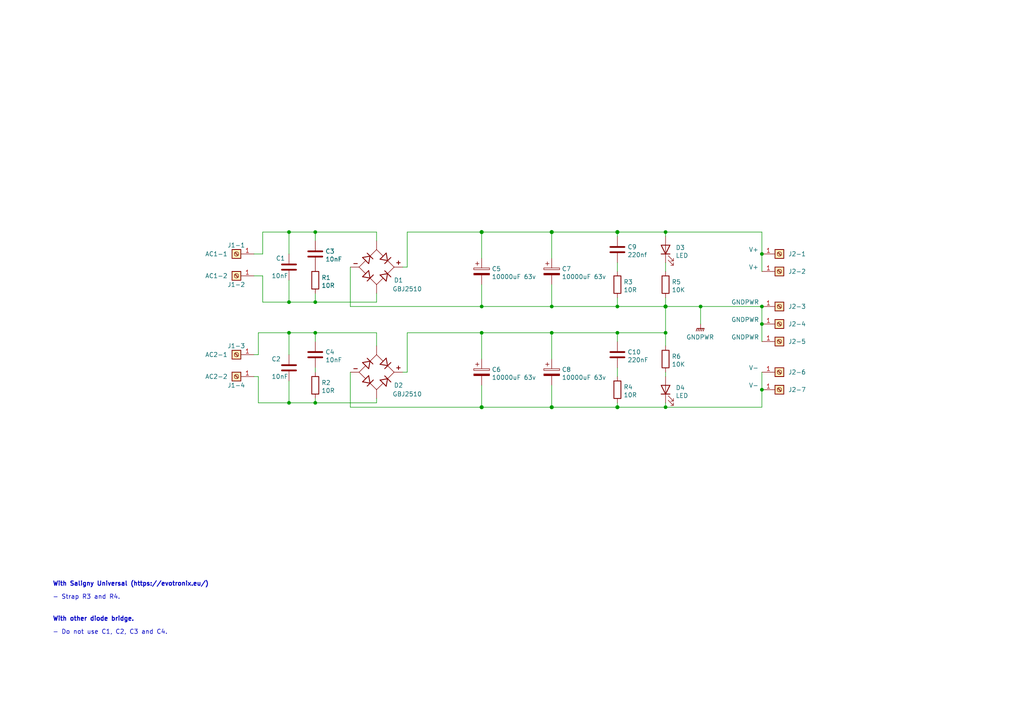
<source format=kicad_sch>
(kicad_sch (version 20230121) (generator eeschema)
  (paper "A4")
  (title_block (title "Q17 Power Supply Universal") (date "2023-08-21") (rev "1.0.1") (company "by stef"))
  (lib_symbols
    (symbol "Bridge_GBJ:GBJ2510" (pin_numbers hide) (pin_names (offset 1.016))
      (property "Reference" "D" (at 5.08 5.08 0))
      (property "Value" "GBJ2510" (at 5.08 -7.62 0))
      (symbol "GBJ2510_0_0"
        (polyline (pts (xy -6.858 1.27) (xy -5.842 1.27)) (stroke (width 0.254)))
        (polyline (pts (xy -6.35 0.762) (xy -6.35 1.778)) (stroke (width 0.254)))
        (polyline (pts (xy -5.08 0) (xy -3.175 -1.905)) (stroke (width 0.1524)))
        (polyline (pts (xy -3.175 -1.905) (xy -2.794 -4.064)) (stroke (width 0.254)))
        (polyline (pts (xy -3.175 -1.905) (xy -1.016 -2.286)) (stroke (width 0.254)))
        (polyline (pts (xy -3.175 1.905) (xy -5.08 0)) (stroke (width 0.1524)))
        (polyline (pts (xy -3.175 1.905) (xy -2.794 4.064)) (stroke (width 0.254)))
        (polyline (pts (xy -3.175 1.905) (xy -1.016 2.286)) (stroke (width 0.254)))
        (polyline (pts (xy -2.3622 -1.0668) (xy -4.1402 -2.8448)) (stroke (width 0.254)))
        (polyline (pts (xy -2.3622 1.016) (xy -4.1402 2.794)) (stroke (width 0.254)))
        (polyline (pts (xy -1.016 -2.286) (xy -2.794 -4.064)) (stroke (width 0.254)))
        (polyline (pts (xy -1.016 2.286) (xy -2.794 4.064)) (stroke (width 0.254)))
        (polyline (pts (xy 0 -5.08) (xy -1.8034 -3.2766)) (stroke (width 0.1524)))
        (polyline (pts (xy 0 -5.08) (xy 1.905 -3.175)) (stroke (width 0.1524)))
        (polyline (pts (xy 0 5.08) (xy -1.8034 3.2766)) (stroke (width 0.1524)))
        (polyline (pts (xy 1.905 -3.175) (xy 2.286 -1.016)) (stroke (width 0.254)))
        (polyline (pts (xy 1.905 -3.175) (xy 4.064 -2.794)) (stroke (width 0.254)))
        (polyline (pts (xy 1.905 3.175) (xy 0 5.08)) (stroke (width 0.1524)))
        (polyline (pts (xy 1.905 3.175) (xy 2.286 1.016)) (stroke (width 0.254)))
        (polyline (pts (xy 1.905 3.175) (xy 4.064 2.794)) (stroke (width 0.254)))
        (polyline (pts (xy 2.7178 -4.0386) (xy 0.9398 -2.2606)) (stroke (width 0.254)))
        (polyline (pts (xy 2.7178 4.0386) (xy 1.0668 2.3876)) (stroke (width 0.254)))
        (polyline (pts (xy 3.2766 -1.8034) (xy 5.08 0)) (stroke (width 0.1524)))
        (polyline (pts (xy 4.064 -2.794) (xy 2.286 -1.016)) (stroke (width 0.254)))
        (polyline (pts (xy 4.064 2.794) (xy 2.286 1.016)) (stroke (width 0.254)))
        (polyline (pts (xy 5.08 0) (xy 3.2766 1.8034)) (stroke (width 0.1524)))
        (polyline (pts (xy 5.588 1.016) (xy 6.604 1.016)) (stroke (width 0.254)))
        (pin passive line (at -7.62 0 0) (length 2.54) (name "~") (number "1"))
        (pin passive line (at 0 7.62 270) (length 2.54) (name "~") (number "2"))
        (pin passive line (at 0 -7.62 90) (length 2.54) (name "~") (number "3"))
        (pin passive line (at 7.62 0 180) (length 2.54) (name "~") (number "4"))
      )
    )
    (symbol "Connector:Screw_Terminal_01x01" (pin_names (offset 1.016) hide)
      (property "Reference" "J" (at 0 2.54 0))
      (property "Value" "Screw_Terminal_01x01" (at 0 -2.54 0))
      (symbol "Screw_Terminal_01x01_1_1"
        (rectangle (start -1.27 1.27) (end 1.27 -1.27) (stroke (width 0.254)) (fill (type background)))
        (polyline (pts (xy -0.5334 0.3302) (xy 0.3302 -0.508)) (stroke (width 0.1524)))
        (polyline (pts (xy -0.3556 0.508) (xy 0.508 -0.3302)) (stroke (width 0.1524)))
        (circle (center 0 0) (radius 0.635) (stroke (width 0.1524)))
        (pin passive line (at -5.08 0 0) (length 3.81) (name "Pin_1") (number "1"))
      )
    )
    (symbol "Device:C" (pin_numbers hide) (pin_names (offset 0.254))
      (property "Reference" "C" (at 0.635 2.54 0))
      (property "Value" "C" (at 0.635 -2.54 0))
      (symbol "C_0_1"
        (polyline (pts (xy -2.032 -0.762) (xy 2.032 -0.762)) (stroke (width 0.508)))
        (polyline (pts (xy -2.032 0.762) (xy 2.032 0.762)) (stroke (width 0.508)))
      )
      (symbol "C_1_1"
        (pin passive line (at 0 3.81 270) (length 2.794) (name "~") (number "1"))
        (pin passive line (at 0 -3.81 90) (length 2.794) (name "~") (number "2"))
      )
    )
    (symbol "Device:C_Polarized" (pin_numbers hide) (pin_names (offset 0.254))
      (property "Reference" "C" (at 0.635 2.54 0))
      (property "Value" "C_Polarized" (at 0.635 -2.54 0))
      (symbol "C_Polarized_0_1"
        (rectangle (start -2.286 0.508) (end 2.286 1.016))
        (polyline (pts (xy -1.778 2.286) (xy -0.762 2.286)))
        (polyline (pts (xy -1.27 2.794) (xy -1.27 1.778)))
        (rectangle (start 2.286 -0.508) (end -2.286 -1.016) (fill (type outline)))
      )
      (symbol "C_Polarized_1_1"
        (pin passive line (at 0 3.81 270) (length 2.794) (name "~") (number "1"))
        (pin passive line (at 0 -3.81 90) (length 2.794) (name "~") (number "2"))
      )
    )
    (symbol "Device:LED" (pin_numbers hide) (pin_names (offset 1.016) hide)
      (property "Reference" "D" (at 0 2.54 0))
      (property "Value" "LED" (at 0 -2.54 0))
      (symbol "LED_0_1"
        (polyline (pts (xy -1.27 -1.27) (xy -1.27 1.27)) (stroke (width 0.254)))
        (polyline (pts (xy -1.27 0) (xy 1.27 0)))
        (polyline (pts (xy 1.27 -1.27) (xy 1.27 1.27) (xy -1.27 0) (xy 1.27 -1.27)) (stroke (width 0.254)))
        (polyline (pts (xy -3.048 -0.762) (xy -4.572 -2.286) (xy -3.81 -2.286) (xy -4.572 -2.286) (xy -4.572 -1.524)))
        (polyline (pts (xy -1.778 -0.762) (xy -3.302 -2.286) (xy -2.54 -2.286) (xy -3.302 -2.286) (xy -3.302 -1.524)))
      )
      (symbol "LED_1_1"
        (pin passive line (at -3.81 0 0) (length 2.54) (name "K") (number "1"))
        (pin passive line (at 3.81 0 180) (length 2.54) (name "A") (number "2"))
      )
    )
    (symbol "Device:R" (pin_numbers hide) (pin_names (offset 0))
      (property "Reference" "R" (at 2.032 0 90))
      (property "Value" "R" (at 0 0 90))
      (symbol "R_0_1"
        (rectangle (start -1.016 -2.54) (end 1.016 2.54) (stroke (width 0.254)))
      )
      (symbol "R_1_1"
        (pin passive line (at 0 3.81 270) (length 1.27) (name "~") (number "1"))
        (pin passive line (at 0 -3.81 90) (length 1.27) (name "~") (number "2"))
      )
    )
    (symbol "GBJ2510_1" (pin_numbers hide) (pin_names (offset 1.016))
      (property "Reference" "D" (at 5.08 5.08 0))
      (property "Value" "GBJ2510" (at 5.08 -7.62 0))
      (symbol "GBJ2510_1_0_0"
        (polyline (pts (xy -6.858 1.27) (xy -5.842 1.27)) (stroke (width 0.254)))
        (polyline (pts (xy -6.35 0.762) (xy -6.35 1.778)) (stroke (width 0.254)))
        (polyline (pts (xy -5.08 0) (xy -3.175 -1.905)) (stroke (width 0.1524)))
        (polyline (pts (xy -3.175 -1.905) (xy -2.794 -4.064)) (stroke (width 0.254)))
        (polyline (pts (xy -3.175 -1.905) (xy -1.016 -2.286)) (stroke (width 0.254)))
        (polyline (pts (xy -3.175 1.905) (xy -5.08 0)) (stroke (width 0.1524)))
        (polyline (pts (xy -3.175 1.905) (xy -2.794 4.064)) (stroke (width 0.254)))
        (polyline (pts (xy -3.175 1.905) (xy -1.016 2.286)) (stroke (width 0.254)))
        (polyline (pts (xy -2.3622 -1.0668) (xy -4.1402 -2.8448)) (stroke (width 0.254)))
        (polyline (pts (xy -2.3622 1.016) (xy -4.1402 2.794)) (stroke (width 0.254)))
        (polyline (pts (xy -1.016 -2.286) (xy -2.794 -4.064)) (stroke (width 0.254)))
        (polyline (pts (xy -1.016 2.286) (xy -2.794 4.064)) (stroke (width 0.254)))
        (polyline (pts (xy 0 -5.08) (xy -1.8034 -3.2766)) (stroke (width 0.1524)))
        (polyline (pts (xy 0 -5.08) (xy 1.905 -3.175)) (stroke (width 0.1524)))
        (polyline (pts (xy 0 5.08) (xy -1.8034 3.2766)) (stroke (width 0.1524)))
        (polyline (pts (xy 1.905 -3.175) (xy 2.286 -1.016)) (stroke (width 0.254)))
        (polyline (pts (xy 1.905 -3.175) (xy 4.064 -2.794)) (stroke (width 0.254)))
        (polyline (pts (xy 1.905 3.175) (xy 0 5.08)) (stroke (width 0.1524)))
        (polyline (pts (xy 1.905 3.175) (xy 2.286 1.016)) (stroke (width 0.254)))
        (polyline (pts (xy 1.905 3.175) (xy 4.064 2.794)) (stroke (width 0.254)))
        (polyline (pts (xy 2.7178 -4.0386) (xy 0.9398 -2.2606)) (stroke (width 0.254)))
        (polyline (pts (xy 2.7178 4.0386) (xy 1.0668 2.3876)) (stroke (width 0.254)))
        (polyline (pts (xy 3.2766 -1.8034) (xy 5.08 0)) (stroke (width 0.1524)))
        (polyline (pts (xy 4.064 -2.794) (xy 2.286 -1.016)) (stroke (width 0.254)))
        (polyline (pts (xy 4.064 2.794) (xy 2.286 1.016)) (stroke (width 0.254)))
        (polyline (pts (xy 5.08 0) (xy 3.2766 1.8034)) (stroke (width 0.1524)))
        (polyline (pts (xy 5.588 1.016) (xy 6.604 1.016)) (stroke (width 0.254)))
        (pin passive line (at -7.62 0 0) (length 2.54) (name "~") (number "1"))
        (pin passive line (at 0 7.62 270) (length 2.54) (name "~") (number "2"))
        (pin passive line (at 0 -7.62 90) (length 2.54) (name "~") (number "3"))
        (pin passive line (at 7.62 0 180) (length 2.54) (name "~") (number "4"))
      )
    )
    (symbol "power:GNDPWR" (power) (pin_names (offset 0))
      (property "Value" "GNDPWR" (at 0 -3.302 0))
      (symbol "GNDPWR_0_1"
        (polyline (pts (xy 0 -1.27) (xy 0 0)))
        (polyline (pts (xy -1.016 -1.27) (xy -1.27 -2.032) (xy -1.27 -2.032)) (stroke (width 0.2032)))
        (polyline (pts (xy -0.508 -1.27) (xy -0.762 -2.032) (xy -0.762 -2.032)) (stroke (width 0.2032)))
        (polyline (pts (xy 0 -1.27) (xy -0.254 -2.032) (xy -0.254 -2.032)) (stroke (width 0.2032)))
        (polyline (pts (xy 0.508 -1.27) (xy 0.254 -2.032) (xy 0.254 -2.032)) (stroke (width 0.2032)))
        (polyline (pts (xy 1.016 -1.27) (xy -1.016 -1.27) (xy -1.016 -1.27)) (stroke (width 0.2032)))
        (polyline (pts (xy 1.016 -1.27) (xy 0.762 -2.032) (xy 0.762 -2.032) (xy 0.762 -2.032)) (stroke (width 0.2032)))
      )
      (symbol "GNDPWR_1_1"
        (pin power_in line (at 0 0 270) (length 0) hide (name "GNDPWR") (number "1"))
      )
    )
  )
  (junction (at 220.98 93.98))
  (junction (at 193.04 88.9) (diameter 1.016))
  (junction (at 139.7 88.9))
  (junction (at 203.2 88.9))
  (junction (at 83.82 67.31))
  (junction (at 160.02 88.9))
  (junction (at 179.07 88.9))
  (junction (at 91.44 116.84))
  (junction (at 160.02 96.52))
  (junction (at 193.04 67.31))
  (junction (at 179.07 118.11) (diameter 1.016))
  (junction (at 139.7 96.52))
  (junction (at 220.98 88.9))
  (junction (at 83.82 87.63))
  (junction (at 160.02 118.11) (diameter 1.016))
  (junction (at 139.7 67.31) (diameter 1.016))
  (junction (at 91.44 67.31))
  (junction (at 160.02 67.31) (diameter 1.016))
  (junction (at 91.44 96.52))
  (junction (at 179.07 67.31) (diameter 1.016))
  (junction (at 139.7 118.11) (diameter 1.016))
  (junction (at 193.04 96.52))
  (junction (at 179.07 96.52))
  (junction (at 83.82 116.84))
  (junction (at 83.82 96.52))
  (junction (at 91.44 87.63))
  (junction (at 220.98 73.66))
  (junction (at 220.98 113.03))
  (junction (at 193.04 118.11))
  (wire (pts (xy 109.22 87.63) (xy 109.22 85.09)))
  (wire (pts (xy 203.2 88.9) (xy 220.98 88.9)))
  (wire (pts (xy 91.44 107.95) (xy 91.44 106.68)))
  (wire (pts (xy 179.07 96.52) (xy 179.07 99.06)))
  (wire (pts (xy 139.7 96.52) (xy 139.7 104.14)))
  (wire (pts (xy 91.44 85.09) (xy 91.44 87.63)))
  (wire (pts (xy 220.98 73.66) (xy 220.98 78.74)))
  (wire (pts (xy 179.07 67.31) (xy 179.07 68.58)))
  (wire (pts (xy 83.82 96.52) (xy 74.93 96.52)))
  (wire (pts (xy 73.66 109.22) (xy 74.93 109.22)))
  (wire (pts (xy 83.82 87.63) (xy 91.44 87.63)))
  (wire (pts (xy 91.44 87.63) (xy 109.22 87.63)))
  (wire (pts (xy 179.07 106.68) (xy 179.07 109.22)))
  (wire (pts (xy 83.82 67.31) (xy 91.44 67.31)))
  (wire (pts (xy 179.07 86.36) (xy 179.07 88.9)))
  (wire (pts (xy 220.98 113.03) (xy 220.98 118.11)))
  (wire (pts (xy 109.22 67.31) (xy 109.22 69.85)))
  (wire (pts (xy 91.44 96.52) (xy 83.82 96.52)))
  (wire (pts (xy 101.6 107.95) (xy 101.6 118.11)))
  (wire (pts (xy 83.82 110.49) (xy 83.82 116.84)))
  (wire (pts (xy 76.2 73.66) (xy 73.66 73.66)))
  (wire (pts (xy 91.44 67.31) (xy 91.44 69.85)))
  (wire (pts (xy 179.07 76.2) (xy 179.07 78.74)))
  (wire (pts (xy 91.44 67.31) (xy 109.22 67.31)))
  (wire (pts (xy 91.44 115.57) (xy 91.44 116.84)))
  (wire (pts (xy 118.11 77.47) (xy 116.84 77.47)))
  (wire (pts (xy 220.98 118.11) (xy 193.04 118.11)))
  (wire (pts (xy 73.66 80.01) (xy 76.2 80.01)))
  (wire (pts (xy 76.2 67.31) (xy 83.82 67.31)))
  (wire (pts (xy 193.04 107.95) (xy 193.04 109.22)))
  (wire (pts (xy 220.98 107.95) (xy 220.98 113.03)))
  (wire (pts (xy 193.04 76.2) (xy 193.04 78.74)))
  (wire (pts (xy 91.44 96.52) (xy 91.44 99.06)))
  (wire (pts (xy 76.2 80.01) (xy 76.2 87.63)))
  (wire (pts (xy 76.2 87.63) (xy 83.82 87.63)))
  (wire (pts (xy 193.04 67.31) (xy 193.04 68.58)))
  (wire (pts (xy 203.2 88.9) (xy 203.2 93.98)))
  (wire (pts (xy 160.02 111.76) (xy 160.02 118.11)))
  (wire (pts (xy 73.66 102.87) (xy 74.93 102.87)))
  (wire (pts (xy 118.11 96.52) (xy 139.7 96.52)))
  (wire (pts (xy 118.11 107.95) (xy 118.11 96.52)))
  (wire (pts (xy 139.7 96.52) (xy 160.02 96.52)))
  (wire (pts (xy 179.07 96.52) (xy 193.04 96.52)))
  (wire (pts (xy 193.04 88.9) (xy 203.2 88.9)))
  (wire (pts (xy 220.98 88.9) (xy 220.98 93.98)))
  (wire (pts (xy 160.02 96.52) (xy 179.07 96.52)))
  (wire (pts (xy 139.7 82.55) (xy 139.7 88.9)))
  (wire (pts (xy 91.44 116.84) (xy 109.22 116.84)))
  (wire (pts (xy 109.22 96.52) (xy 109.22 100.33)))
  (wire (pts (xy 91.44 96.52) (xy 109.22 96.52)))
  (wire (pts (xy 83.82 96.52) (xy 83.82 102.87)))
  (wire (pts (xy 118.11 67.31) (xy 139.7 67.31)))
  (wire (pts (xy 118.11 77.47) (xy 118.11 67.31)))
  (wire (pts (xy 139.7 67.31) (xy 160.02 67.31)))
  (wire (pts (xy 160.02 67.31) (xy 179.07 67.31)))
  (wire (pts (xy 118.11 107.95) (xy 116.84 107.95)))
  (wire (pts (xy 193.04 96.52) (xy 193.04 100.33)))
  (wire (pts (xy 193.04 86.36) (xy 193.04 88.9)))
  (wire (pts (xy 74.93 109.22) (xy 74.93 116.84)))
  (wire (pts (xy 74.93 116.84) (xy 83.82 116.84)))
  (wire (pts (xy 74.93 96.52) (xy 74.93 102.87)))
  (wire (pts (xy 220.98 93.98) (xy 220.98 99.06)))
  (wire (pts (xy 160.02 82.55) (xy 160.02 88.9)))
  (wire (pts (xy 139.7 67.31) (xy 139.7 74.93)))
  (wire (pts (xy 193.04 67.31) (xy 220.98 67.31)))
  (wire (pts (xy 160.02 96.52) (xy 160.02 104.14)))
  (wire (pts (xy 179.07 116.84) (xy 179.07 118.11)))
  (wire (pts (xy 139.7 111.76) (xy 139.7 118.11)))
  (wire (pts (xy 220.98 67.31) (xy 220.98 73.66)))
  (wire (pts (xy 179.07 67.31) (xy 193.04 67.31)))
  (wire (pts (xy 101.6 77.47) (xy 101.6 88.9)))
  (wire (pts (xy 101.6 88.9) (xy 139.7 88.9)))
  (wire (pts (xy 139.7 88.9) (xy 160.02 88.9)))
  (wire (pts (xy 160.02 88.9) (xy 179.07 88.9)))
  (wire (pts (xy 179.07 88.9) (xy 193.04 88.9)))
  (wire (pts (xy 83.82 81.28) (xy 83.82 87.63)))
  (wire (pts (xy 101.6 118.11) (xy 139.7 118.11)))
  (wire (pts (xy 139.7 118.11) (xy 160.02 118.11)))
  (wire (pts (xy 160.02 118.11) (xy 179.07 118.11)))
  (wire (pts (xy 179.07 118.11) (xy 193.04 118.11)))
  (wire (pts (xy 193.04 118.11) (xy 193.04 116.84)))
  (wire (pts (xy 83.82 67.31) (xy 83.82 73.66)))
  (wire (pts (xy 76.2 73.66) (xy 76.2 67.31)))
  (wire (pts (xy 193.04 88.9) (xy 193.04 96.52)))
  (wire (pts (xy 160.02 67.31) (xy 160.02 74.93)))
  (wire (pts (xy 109.22 116.84) (xy 109.22 115.57)))
  (wire (pts (xy 91.44 116.84) (xy 83.82 116.84)))
  (text "- Strap R3 and R4." (at 15.24 173.99 0) (effects (font (size 1.27 1.27)) (justify left bottom)))
  (text "With Saligny Universal (https://evotronix.eu/)" (at 15.24 170.18 0) (effects (font (size 1.27 1.27) (thickness 0.254) bold) (justify left bottom)))
  (text "With other diode bridge." (at 15.24 180.34 0) (effects (font (size 1.27 1.27) (thickness 0.254) bold) (justify left bottom)))
  (text "- Do not use C1, C2, C3 and C4." (at 15.24 184.15 0) (effects (font (size 1.27 1.27)) (justify left bottom)))
  (symbol (lib_id "Connector:Screw_Terminal_01x01") (at 68.58 109.22 180) (unit 1)
    (property "Reference" "J1-4" (at 71.12 111.76 0) (effects (justify left)))
    (property "Value" "AC2-2" (at 66.04 109.22 0) (effects (justify left)))
    (property "Footprint" "Q17_Library:Faston_Connector_63849-1_TEC" (effects hide))
    (property "Datasheet" "https://www.te.com/commerce/DocumentDelivery/DDEController?Action=srchrtrv&DocNm=63824&DocType=Customer+Drawing&DocLang=English&PartCntxt=63824-1&DocFormat=pdf" (effects hide))
    (property "Part#" "TE Connectivity 63849-1" (effects hide))
    (property "Mouser" "571-638241" (effects hide))
  )
  (symbol (lib_id "Device:C_Polarized") (at 139.7 78.74 0) (unit 1)
    (property "Reference" "C5" (at 142.6211 77.9791 0) (effects (justify left)))
    (property "Value" "10000uF 63v" (at 142.6211 80.2778 0) (effects (justify left)))
    (property "Footprint" "Capacitor_THT:CP_Radial_D35.0mm_P10.00mm_SnapIn" (effects hide))
    (property "Datasheet" "https://www.we-online.com/catalog/datasheet/861020786030.pdf" (effects hide))
    (property "Part#" "861020786030" (effects hide))
    (property "Mouser" "710-861020786030" (effects hide))
  )
  (symbol (lib_id "Device:C") (at 83.82 77.47 0) (unit 1)
    (property "Reference" "C1" (at 80.01 74.93 0) (effects (justify left)))
    (property "Value" "10nF" (at 78.74 80.01 0) (effects (justify left)))
    (property "Footprint" "Capacitor_THT:C_Rect_L10.0mm_W4.0mm_P7.50mm_MKS4" (effects hide))
    (property "Datasheet" "https://www.mouser.fr/datasheet/2/212/1/KEM_F3034_R76-1103045.pdf" (effects hide))
    (property "Part#" "80-R76QF21005050J" (effects hide))
    (property "Mouser" "R76QF21005050J" (effects hide))
  )
  (symbol (lib_id "Connector:Screw_Terminal_01x01") (at 226.06 88.9 0) (unit 1)
    (property "Reference" "J2-3" (at 228.6 88.9 0) (effects (justify left)))
    (property "Value" "GNDPWR" (at 212.09 87.63 0) (effects (justify left)))
    (property "Footprint" "Q17_Library:Faston_Connector_63849-1_TEC" (effects hide))
    (property "Datasheet" "https://www.te.com/commerce/DocumentDelivery/DDEController?Action=srchrtrv&DocNm=63824&DocType=Customer+Drawing&DocLang=English&PartCntxt=63824-1&DocFormat=pdf" (effects hide))
    (property "Part#" "TE Connectivity 63849-1" (effects hide))
    (property "Mouser" "571-638241" (effects hide))
  )
  (symbol (lib_id "Connector:Screw_Terminal_01x01") (at 226.06 78.74 0) (unit 1)
    (property "Reference" "J2-2" (at 228.6 78.74 0) (effects (justify left)))
    (property "Value" "V+" (at 217.17 77.47 0) (effects (justify left)))
    (property "Footprint" "Q17_Library:Faston_Connector_63849-1_TEC" (effects hide))
    (property "Datasheet" "https://www.te.com/commerce/DocumentDelivery/DDEController?Action=srchrtrv&DocNm=63824&DocType=Customer+Drawing&DocLang=English&PartCntxt=63824-1&DocFormat=pdf" (effects hide))
    (property "Part#" "TE Connectivity 63849-1" (effects hide))
    (property "Mouser" "571-638241" (effects hide))
  )
  (symbol (lib_id "Device:C") (at 83.82 106.68 0) (unit 1)
    (property "Reference" "C2" (at 78.74 104.14 0) (effects (justify left)))
    (property "Value" "10nF" (at 78.74 109.22 0) (effects (justify left)))
    (property "Footprint" "Capacitor_THT:C_Rect_L10.0mm_W4.0mm_P7.50mm_MKS4" (effects hide))
    (property "Datasheet" "https://www.mouser.fr/datasheet/2/212/1/KEM_F3034_R76-1103045.pdf" (effects hide))
    (property "Part#" "R76QF21005050J" (effects hide))
    (property "Mouser" "80-R76QF21005050J" (effects hide))
  )
  (symbol (lib_id "Device:R") (at 193.04 104.14 0) (unit 1)
    (property "Reference" "R6" (at 194.8181 103.3791 0) (effects (justify left)))
    (property "Value" "10K" (at 194.8181 105.6778 0) (effects (justify left)))
    (property "Footprint" "Resistor_THT:R_Axial_DIN0207_L6.3mm_D2.5mm_P10.16mm_Horizontal" (effects hide))
    (property "Datasheet" "https://www.vishay.com/doc?28729" (effects hide))
    (property "Part#" "594-5073NW10K00J" (effects hide))
    (property "Mouser" "PR01000101002JR500" (effects hide))
  )
  (symbol (lib_id "Device:R") (at 179.07 82.55 0) (unit 1)
    (property "Reference" "R3" (at 180.8481 81.7891 0) (effects (justify left)))
    (property "Value" "10R" (at 180.8481 84.0878 0) (effects (justify left)))
    (property "Footprint" "Resistor_THT:R_Axial_DIN0207_L6.3mm_D2.5mm_P10.16mm_Horizontal" (effects hide))
    (property "Datasheet" "https://www.vishay.com/doc?28724" (effects hide))
    (property "Part#" "MRS25000C1009FRP00" (effects hide))
    (property "Mouser" "594-MRS25000C1009FRP" (effects hide))
  )
  (symbol (lib_id "Connector:Screw_Terminal_01x01") (at 226.06 99.06 0) (unit 1)
    (property "Reference" "J2-5" (at 228.6 99.06 0) (effects (justify left)))
    (property "Value" "GNDPWR" (at 212.09 97.79 0) (effects (justify left)))
    (property "Footprint" "Q17_Library:Faston_Connector_63849-1_TEC" (effects hide))
    (property "Datasheet" "https://www.te.com/commerce/DocumentDelivery/DDEController?Action=srchrtrv&DocNm=63824&DocType=Customer+Drawing&DocLang=English&PartCntxt=63824-1&DocFormat=pdf" (effects hide))
    (property "Part#" "TE Connectivity 63849-1" (effects hide))
    (property "Mouser" "571-638241" (effects hide))
  )
  (symbol (lib_id "Device:R") (at 91.44 111.76 0) (unit 1)
    (property "Reference" "R2" (at 93.2181 110.9991 0) (effects (justify left)))
    (property "Value" "10R" (at 93.2181 113.2978 0) (effects (justify left)))
    (property "Footprint" "Resistor_THT:R_Axial_DIN0207_L6.3mm_D2.5mm_P10.16mm_Horizontal" (effects hide))
    (property "Datasheet" "https://www.vishay.com/doc?28724" (effects hide))
    (property "Part#" "MRS25000C1009FRP00" (effects hide))
    (property "Mouser" "594-MRS25000C1009FRP" (effects hide))
  )
  (symbol (lib_id "Connector:Screw_Terminal_01x01") (at 226.06 107.95 0) (unit 1)
    (property "Reference" "J2-6" (at 228.6 107.95 0) (effects (justify left)))
    (property "Value" "V-" (at 217.17 106.68 0) (effects (justify left)))
    (property "Footprint" "Q17_Library:Faston_Connector_63849-1_TEC" (effects hide))
    (property "Datasheet" "https://www.te.com/commerce/DocumentDelivery/DDEController?Action=srchrtrv&DocNm=63824&DocType=Customer+Drawing&DocLang=English&PartCntxt=63824-1&DocFormat=pdf" (effects hide))
    (property "Part#" "TE Connectivity 63849-1" (effects hide))
    (property "Mouser" "571-638241" (effects hide))
  )
  (symbol (lib_id "Device:LED") (at 193.04 113.03 90) (unit 1)
    (property "Reference" "D4" (at 195.9611 112.4596 90) (effects (justify right)))
    (property "Value" "LED" (at 195.9611 114.7583 90) (effects (justify right)))
    (property "Footprint" "LED_THT:LED_D5.0mm" (effects hide))
    (property "Datasheet" "https://www.vishay.com/doc?83012" (effects hide))
    (property "Part#" "TLHR5400" (effects hide))
    (property "Mouser" "78-TLHR5400" (effects hide))
  )
  (symbol (lib_id "Device:C_Polarized") (at 160.02 107.95 0) (unit 1)
    (property "Reference" "C8" (at 162.9411 107.1891 0) (effects (justify left)))
    (property "Value" "10000uF 63v" (at 162.9411 109.4878 0) (effects (justify left)))
    (property "Footprint" "Capacitor_THT:CP_Radial_D35.0mm_P10.00mm_SnapIn" (effects hide))
    (property "Datasheet" "https://www.we-online.com/catalog/datasheet/861020786030.pdf" (effects hide))
    (property "Part#" "861020786030" (effects hide))
    (property "Mouser" "710-861020786030" (effects hide))
  )
  (symbol (lib_id "Connector:Screw_Terminal_01x01") (at 68.58 102.87 180) (unit 1)
    (property "Reference" "J1-3" (at 71.12 100.33 0) (effects (justify left)))
    (property "Value" "AC2-1" (at 66.04 102.87 0) (effects (justify left)))
    (property "Footprint" "Q17_Library:Faston_Connector_63849-1_TEC" (effects hide))
    (property "Datasheet" "https://www.te.com/commerce/DocumentDelivery/DDEController?Action=srchrtrv&DocNm=63824&DocType=Customer+Drawing&DocLang=English&PartCntxt=63824-1&DocFormat=pdf" (effects hide))
    (property "Part#" "TE Connectivity 63849-1" (effects hide))
    (property "Mouser" "571-638241" (effects hide))
  )
  (symbol (lib_id "Connector:Screw_Terminal_01x01") (at 226.06 113.03 0) (unit 1)
    (property "Reference" "J2-7" (at 228.6 113.03 0) (effects (justify left)))
    (property "Value" "V-" (at 217.17 111.76 0) (effects (justify left)))
    (property "Footprint" "Q17_Library:Faston_Connector_63849-1_TEC" (effects hide))
    (property "Datasheet" "https://www.te.com/commerce/DocumentDelivery/DDEController?Action=srchrtrv&DocNm=63824&DocType=Customer+Drawing&DocLang=English&PartCntxt=63824-1&DocFormat=pdf" (effects hide))
    (property "Part#" "TE Connectivity 63849-1" (effects hide))
    (property "Mouser" "571-638241" (effects hide))
  )
  (symbol (lib_id "Device:C_Polarized") (at 139.7 107.95 0) (unit 1)
    (property "Reference" "C6" (at 142.6211 107.1891 0) (effects (justify left)))
    (property "Value" "10000uF 63v" (at 142.6211 109.4878 0) (effects (justify left)))
    (property "Footprint" "Capacitor_THT:CP_Radial_D35.0mm_P10.00mm_SnapIn" (effects hide))
    (property "Datasheet" "https://www.we-online.com/catalog/datasheet/861020786030.pdf" (effects hide))
    (property "Part#" "861020786030" (effects hide))
    (property "Mouser" "710-861020786030" (effects hide))
  )
  (symbol (lib_id "Device:C_Polarized") (at 160.02 78.74 0) (unit 1)
    (property "Reference" "C7" (at 162.9411 77.9791 0) (effects (justify left)))
    (property "Value" "10000uF 63v" (at 162.9411 80.2778 0) (effects (justify left)))
    (property "Footprint" "Capacitor_THT:CP_Radial_D35.0mm_P10.00mm_SnapIn" (effects hide))
    (property "Datasheet" "https://www.we-online.com/catalog/datasheet/861020786030.pdf" (effects hide))
    (property "Part#" "861020786030" (effects hide))
    (property "Mouser" "710-861020786030" (effects hide))
  )
  (symbol (lib_id "Device:R") (at 91.44 81.28 0) (unit 1)
    (property "Reference" "R1" (at 93.2181 80.5191 0) (effects (justify left)))
    (property "Value" "10R" (at 93.2181 82.8178 0) (effects (justify left)))
    (property "Footprint" "Resistor_THT:R_Axial_DIN0207_L6.3mm_D2.5mm_P10.16mm_Horizontal" (effects hide))
    (property "Datasheet" "https://www.vishay.com/doc?28724" (effects hide))
    (property "Part#" "MRS25000C1009FRP00" (effects hide))
    (property "Mouser" "594-MRS25000C1009FRP" (effects hide))
  )
  (symbol (lib_id "Device:C") (at 91.44 73.66 0) (unit 1)
    (property "Reference" "C3" (at 94.3611 72.8991 0) (effects (justify left)))
    (property "Value" "10nF" (at 94.3611 75.1978 0) (effects (justify left)))
    (property "Footprint" "Capacitor_THT:C_Rect_L13.0mm_W5.0mm_P10.00mm_FKS3_FKP3_MKS4" (effects hide))
    (property "Datasheet" "https://www.mouser.fr/datasheet/2/88/MPX-2944692.pdf" (effects hide))
    (property "Part#" "MPX103K305D" (effects hide))
    (property "Mouser" "598-MPX103K305D" (effects hide))
  )
  (symbol (lib_id "Bridge_GBJ:GBJ2510") (at 109.22 77.47 0) (mirror y) (unit 1)
    (property "Reference" "D1" (at 115.57 81.28 0))
    (property "Value" "GBJ2510" (at 118.11 83.82 0))
    (property "Footprint" "Q17_Library:DIOB_GBJ2510" (effects hide))
    (property "Datasheet" "https://www.vishay.com/doc?88646" (effects hide))
    (property "Part#" "GSIB2580-E3/45" (effects hide))
    (property "Mouser" "625-GSIB2580-E3" (effects hide))
  )
  (symbol (lib_id "Device:C") (at 91.44 102.87 0) (unit 1)
    (property "Reference" "C4" (at 94.3611 102.1091 0) (effects (justify left)))
    (property "Value" "10nF" (at 94.3611 104.4078 0) (effects (justify left)))
    (property "Footprint" "Capacitor_THT:C_Rect_L13.0mm_W5.0mm_P10.00mm_FKS3_FKP3_MKS4" (effects hide))
    (property "Datasheet" "https://www.mouser.fr/datasheet/2/88/MPX-2944692.pdf" (effects hide))
    (property "Part#" "MPX103K305D" (effects hide))
    (property "Mouser" "598-MPX103K305D" (effects hide))
  )
  (symbol (lib_id "power:GNDPWR") (at 203.2 93.98 0) (unit 1)
    (property "Reference" "#PWR01" (effects hide))
    (property "Value" "GNDPWR" (at 203.073 97.79 0))
  )
  (symbol (lib_id "Device:C") (at 179.07 102.87 0) (unit 1)
    (property "Reference" "C10" (at 181.9911 102.1091 0) (effects (justify left)))
    (property "Value" "220nF" (at 181.9911 104.4078 0) (effects (justify left)))
    (property "Footprint" "Capacitor_THT:C_Rect_L18.0mm_W8.0mm_P15.00mm_FKS3_FKP3" (effects hide))
    (property "Datasheet" "https://www.mouser.fr/datasheet/2/88/MPX-2944692.pdf" (effects hide))
    (property "Part#" "MPX224K305E" (effects hide))
    (property "Mouser" "598-MPX224K305E" (effects hide))
  )
  (symbol (lib_id "Device:C") (at 179.07 72.39 0) (unit 1)
    (property "Reference" "C9" (at 181.9911 71.6291 0) (effects (justify left)))
    (property "Value" "220nf" (at 181.9911 73.9278 0) (effects (justify left)))
    (property "Footprint" "Capacitor_THT:C_Rect_L18.0mm_W8.0mm_P15.00mm_FKS3_FKP3" (effects hide))
    (property "Datasheet" "https://www.mouser.fr/datasheet/2/88/MPX-2944692.pdf" (effects hide))
    (property "Part#" "MPX224K305E" (effects hide))
    (property "Mouser" "598-MPX224K305E" (effects hide))
  )
  (symbol (lib_id "Connector:Screw_Terminal_01x01") (at 226.06 73.66 0) (unit 1)
    (property "Reference" "J2-1" (at 228.6 73.66 0) (effects (justify left)))
    (property "Value" "V+" (at 217.17 72.39 0) (effects (justify left)))
    (property "Footprint" "Q17_Library:Faston_Connector_63849-1_TEC" (effects hide))
    (property "Datasheet" "https://www.te.com/commerce/DocumentDelivery/DDEController?Action=srchrtrv&DocNm=63824&DocType=Customer+Drawing&DocLang=English&PartCntxt=63824-1&DocFormat=pdf" (effects hide))
    (property "Part#" "TE Connectivity 63849-1" (effects hide))
    (property "Mouser" "571-638241" (effects hide))
  )
  (symbol (lib_id "Device:R") (at 179.07 113.03 0) (unit 1)
    (property "Reference" "R4" (at 180.8481 112.2691 0) (effects (justify left)))
    (property "Value" "10R" (at 180.8481 114.5678 0) (effects (justify left)))
    (property "Footprint" "Resistor_THT:R_Axial_DIN0207_L6.3mm_D2.5mm_P10.16mm_Horizontal" (effects hide))
    (property "Datasheet" "https://www.vishay.com/doc?28724" (effects hide))
    (property "Part#" "MRS25000C1009FRP00" (effects hide))
    (property "Mouser" "594-MRS25000C1009FRP" (effects hide))
  )
  (symbol (lib_id "Connector:Screw_Terminal_01x01") (at 68.58 73.66 180) (unit 1)
    (property "Reference" "J1-1" (at 71.12 71.12 0) (effects (justify left)))
    (property "Value" "AC1-1" (at 66.04 73.66 0) (effects (justify left)))
    (property "Footprint" "Q17_Library:Faston_Connector_63849-1_TEC" (effects hide))
    (property "Datasheet" "https://www.te.com/commerce/DocumentDelivery/DDEController?Action=srchrtrv&DocNm=63824&DocType=Customer+Drawing&DocLang=English&PartCntxt=63824-1&DocFormat=pdf" (effects hide))
    (property "Part#" "TE Connectivity 63849-1" (effects hide))
    (property "Mouser" "571-638241" (effects hide))
  )
  (symbol (lib_id "Device:R") (at 193.04 82.55 0) (unit 1)
    (property "Reference" "R5" (at 194.8181 81.7891 0) (effects (justify left)))
    (property "Value" "10K" (at 194.8181 84.0878 0) (effects (justify left)))
    (property "Footprint" "Resistor_THT:R_Axial_DIN0207_L6.3mm_D2.5mm_P10.16mm_Horizontal" (effects hide))
    (property "Datasheet" "https://www.vishay.com/doc?28729" (effects hide))
    (property "Part#" "PR01000101002JR500" (effects hide))
    (property "Mouser" "594-5073NW10K00J" (effects hide))
  )
  (symbol (lib_id "Device:LED") (at 193.04 72.39 90) (unit 1)
    (property "Reference" "D3" (at 195.9611 71.8196 90) (effects (justify right)))
    (property "Value" "LED" (at 195.9611 74.1183 90) (effects (justify right)))
    (property "Footprint" "LED_THT:LED_D5.0mm" (effects hide))
    (property "Datasheet" "https://www.vishay.com/doc?83012" (effects hide))
    (property "Part#" "TLHR5400" (effects hide))
    (property "Mouser" "78-TLHR5400" (effects hide))
  )
  (symbol (lib_name "GBJ2510_1") (lib_id "Bridge_GBJ:GBJ2510") (at 109.22 107.95 0) (mirror y) (unit 1)
    (property "Reference" "D2" (at 115.57 111.76 0))
    (property "Value" "GBJ2510" (at 118.11 114.3 0))
    (property "Footprint" "Q17_Library:DIOB_GBJ2510" (effects hide))
    (property "Datasheet" "https://www.vishay.com/doc?88646" (effects hide))
    (property "Part#" "GSIB2580-E3/45" (effects hide))
    (property "Mouser" "625-GSIB2580-E3" (effects hide))
  )
  (symbol (lib_id "Connector:Screw_Terminal_01x01") (at 68.58 80.01 180) (unit 1)
    (property "Reference" "J1-2" (at 71.12 82.55 0) (effects (justify left)))
    (property "Value" "AC1-2" (at 66.04 80.01 0) (effects (justify left)))
    (property "Footprint" "Q17_Library:Faston_Connector_63849-1_TEC" (effects hide))
    (property "Datasheet" "https://www.te.com/commerce/DocumentDelivery/DDEController?Action=srchrtrv&DocNm=63824&DocType=Customer+Drawing&DocLang=English&PartCntxt=63824-1&DocFormat=pdf" (effects hide))
    (property "Part#" "TE Connectivity 63849-1" (effects hide))
    (property "Mouser" "571-638241" (effects hide))
  )
  (symbol (lib_id "Connector:Screw_Terminal_01x01") (at 226.06 93.98 0) (unit 1)
    (property "Reference" "J2-4" (at 228.6 93.98 0) (effects (justify left)))
    (property "Value" "GNDPWR" (at 212.09 92.71 0) (effects (justify left)))
    (property "Footprint" "Q17_Library:Faston_Connector_63849-1_TEC" (effects hide))
    (property "Datasheet" "https://www.te.com/commerce/DocumentDelivery/DDEController?Action=srchrtrv&DocNm=63824&DocType=Customer+Drawing&DocLang=English&PartCntxt=63824-1&DocFormat=pdf" (effects hide))
    (property "Part#" "TE Connectivity 63849-1" (effects hide))
    (property "Mouser" "571-638241" (effects hide))
  )
)
</source>
